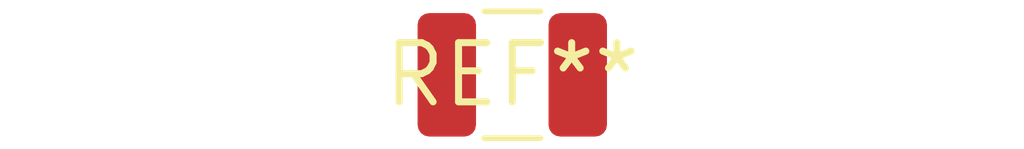
<source format=kicad_pcb>
(kicad_pcb (version 20240108) (generator pcbnew)
  (layers (0 "F.Cu" signal) (31 "B.Cu" signal) (34 "B.Paste" user) (35 "F.Paste" user) (36 "B.SilkS" user "B.Silkscreen") (37 "F.SilkS" user "F.Silkscreen") (38 "B.Mask" user) (39 "F.Mask" user) (44 "Edge.Cuts" user))
  (net 0 "")
  (footprint "Fuse_1210_3225Metric" (layer "F.Cu") (at 0 0)
    (property "Reference" "REF**")
    (property "Value" "Fuse_1210_3225Metric")
    (fp_line (start -0.602064 -1.36) (end 0.602064 -1.36) (layer "F.SilkS") (stroke (width 0.12)))
    (fp_line (start -0.602064 1.36) (end 0.602064 1.36) (layer "F.SilkS") (stroke (width 0.12)))
    (pad "1" smd roundrect (at -1.4 0) (size 1.25 2.65) (layers "F.Cu" "F.Paste" "F.Mask") (roundrect_rratio 0.2))
    (pad "2" smd roundrect (at 1.4 0) (size 1.25 2.65) (layers "F.Cu" "F.Paste" "F.Mask") (roundrect_rratio 0.2))
  )
)
</source>
